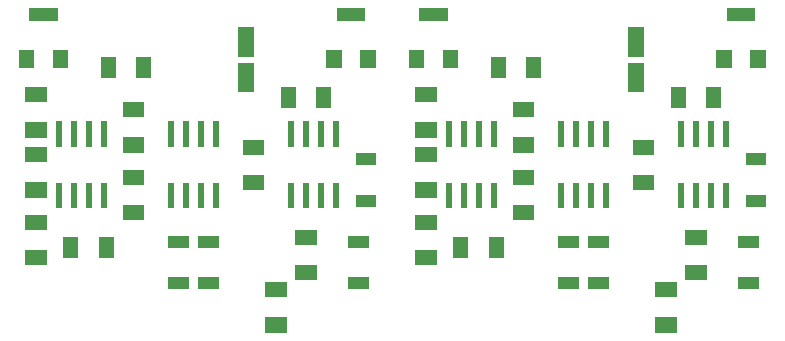
<source format=gtp>
G04 start of page 10 for group -4015 idx -4015 *
G04 Title: 26.006.02.01.01, toppaste *
G04 Creator: pcb 4.1.2 *
G04 CreationDate: Fri Aug 10 20:06:24 2018 UTC *
G04 For: bert *
G04 Format: Gerber/RS-274X *
G04 PCB-Dimensions (mil): 2600.00 1150.00 *
G04 PCB-Coordinate-Origin: lower left *
%MOIN*%
%FSLAX25Y25*%
%LNGTP*%
%ADD43C,0.0001*%
G54D43*G36*
X98500Y54000D02*X96500D01*
Y45500D01*
X98500D01*
Y54000D01*
G37*
G36*
X103500D02*X101500D01*
Y45500D01*
X103500D01*
Y54000D01*
G37*
G36*
X108500D02*X106500D01*
Y45500D01*
X108500D01*
Y54000D01*
G37*
G36*
X113500D02*X111500D01*
Y45500D01*
X113500D01*
Y54000D01*
G37*
G36*
Y74500D02*X111500D01*
Y66000D01*
X113500D01*
Y74500D01*
G37*
G36*
X108500D02*X106500D01*
Y66000D01*
X108500D01*
Y74500D01*
G37*
G36*
X103500D02*X101500D01*
Y66000D01*
X103500D01*
Y74500D01*
G37*
G36*
X98500D02*X96500D01*
Y66000D01*
X98500D01*
Y74500D01*
G37*
G36*
X211457Y56654D02*Y51536D01*
X218543D01*
Y56654D01*
X211457D01*
G37*
G36*
Y68464D02*Y63346D01*
X218543D01*
Y68464D01*
X211457D01*
G37*
G36*
X85074Y94032D02*X79926D01*
Y84158D01*
X85074D01*
Y94032D01*
G37*
G36*
Y105842D02*X79926D01*
Y95968D01*
X85074D01*
Y105842D01*
G37*
G36*
X249055Y50080D02*Y46142D01*
X255945D01*
Y50080D01*
X249055D01*
G37*
G36*
Y63858D02*Y59921D01*
X255945D01*
Y63858D01*
X249055D01*
G37*
G36*
X156654Y36043D02*X151536D01*
Y28957D01*
X156654D01*
Y36043D01*
G37*
G36*
X168464D02*X163346D01*
Y28957D01*
X168464D01*
Y36043D01*
G37*
G36*
X218957Y9154D02*Y4036D01*
X226043D01*
Y9154D01*
X218957D01*
G37*
G36*
Y20964D02*Y15846D01*
X226043D01*
Y20964D01*
X218957D01*
G37*
G36*
X138957Y31654D02*Y26536D01*
X146043D01*
Y31654D01*
X138957D01*
G37*
G36*
Y43464D02*Y38346D01*
X146043D01*
Y43464D01*
X138957D01*
G37*
G36*
X58500Y54000D02*X56500D01*
Y45500D01*
X58500D01*
Y54000D01*
G37*
G36*
X63500D02*X61500D01*
Y45500D01*
X63500D01*
Y54000D01*
G37*
G36*
X68500D02*X66500D01*
Y45500D01*
X68500D01*
Y54000D01*
G37*
G36*
X73500D02*X71500D01*
Y45500D01*
X73500D01*
Y54000D01*
G37*
G36*
Y74500D02*X71500D01*
Y66000D01*
X73500D01*
Y74500D01*
G37*
G36*
X68500D02*X66500D01*
Y66000D01*
X68500D01*
Y74500D01*
G37*
G36*
X63500D02*X61500D01*
Y66000D01*
X63500D01*
Y74500D01*
G37*
G36*
X58500D02*X56500D01*
Y66000D01*
X58500D01*
Y74500D01*
G37*
G36*
X171457Y69154D02*Y64036D01*
X178543D01*
Y69154D01*
X171457D01*
G37*
G36*
Y80964D02*Y75846D01*
X178543D01*
Y80964D01*
X171457D01*
G37*
G36*
X169154Y96043D02*X164036D01*
Y88957D01*
X169154D01*
Y96043D01*
G37*
G36*
X180964D02*X175846D01*
Y88957D01*
X180964D01*
Y96043D01*
G37*
G36*
X228957Y26654D02*Y21536D01*
X236043D01*
Y26654D01*
X228957D01*
G37*
G36*
Y38464D02*Y33346D01*
X236043D01*
Y38464D01*
X228957D01*
G37*
G36*
X138957Y74154D02*Y69036D01*
X146043D01*
Y74154D01*
X138957D01*
G37*
G36*
Y85964D02*Y80846D01*
X146043D01*
Y85964D01*
X138957D01*
G37*
G36*
X246555Y22580D02*Y18642D01*
X253445D01*
Y22580D01*
X246555D01*
G37*
G36*
Y36358D02*Y32420D01*
X253445D01*
Y36358D01*
X246555D01*
G37*
G36*
X8957Y65964D02*Y60846D01*
X16043D01*
Y65964D01*
X8957D01*
G37*
G36*
Y54154D02*Y49036D01*
X16043D01*
Y54154D01*
X8957D01*
G37*
G36*
X171457Y46654D02*Y41536D01*
X178543D01*
Y46654D01*
X171457D01*
G37*
G36*
Y58464D02*Y53346D01*
X178543D01*
Y58464D01*
X171457D01*
G37*
G36*
X110964Y86043D02*X105846D01*
Y78957D01*
X110964D01*
Y86043D01*
G37*
G36*
X99154D02*X94036D01*
Y78957D01*
X99154D01*
Y86043D01*
G37*
G36*
X196556Y22580D02*Y18642D01*
X203444D01*
Y22580D01*
X196556D01*
G37*
G36*
Y36358D02*Y32420D01*
X203444D01*
Y36358D01*
X196556D01*
G37*
G36*
X186556D02*Y32420D01*
X193444D01*
Y36358D01*
X186556D01*
G37*
G36*
Y22580D02*Y18642D01*
X193444D01*
Y22580D01*
X186556D01*
G37*
G36*
X244351Y98169D02*X239233D01*
Y92265D01*
X244351D01*
Y98169D01*
G37*
G36*
X255767D02*X250649D01*
Y92265D01*
X255767D01*
Y98169D01*
G37*
G36*
X242776Y112342D02*Y108012D01*
X252224D01*
Y112342D01*
X242776D01*
G37*
G36*
X151000Y54000D02*X149000D01*
Y45500D01*
X151000D01*
Y54000D01*
G37*
G36*
X156000D02*X154000D01*
Y45500D01*
X156000D01*
Y54000D01*
G37*
G36*
X161000D02*X159000D01*
Y45500D01*
X161000D01*
Y54000D01*
G37*
G36*
X166000D02*X164000D01*
Y45500D01*
X166000D01*
Y54000D01*
G37*
G36*
Y74500D02*X164000D01*
Y66000D01*
X166000D01*
Y74500D01*
G37*
G36*
X161000D02*X159000D01*
Y66000D01*
X161000D01*
Y74500D01*
G37*
G36*
X156000D02*X154000D01*
Y66000D01*
X156000D01*
Y74500D01*
G37*
G36*
X151000D02*X149000D01*
Y66000D01*
X151000D01*
Y74500D01*
G37*
G36*
X141851Y98169D02*X136733D01*
Y92265D01*
X141851D01*
Y98169D01*
G37*
G36*
X153267D02*X148149D01*
Y92265D01*
X153267D01*
Y98169D01*
G37*
G36*
X140276Y112342D02*Y108012D01*
X149724D01*
Y112342D01*
X140276D01*
G37*
G36*
X215074Y94032D02*X209926D01*
Y84158D01*
X215074D01*
Y94032D01*
G37*
G36*
Y105842D02*X209926D01*
Y95968D01*
X215074D01*
Y105842D01*
G37*
G36*
X21000Y54000D02*X19000D01*
Y45500D01*
X21000D01*
Y54000D01*
G37*
G36*
X26000D02*X24000D01*
Y45500D01*
X26000D01*
Y54000D01*
G37*
G36*
X31000D02*X29000D01*
Y45500D01*
X31000D01*
Y54000D01*
G37*
G36*
X36000D02*X34000D01*
Y45500D01*
X36000D01*
Y54000D01*
G37*
G36*
Y74500D02*X34000D01*
Y66000D01*
X36000D01*
Y74500D01*
G37*
G36*
X31000D02*X29000D01*
Y66000D01*
X31000D01*
Y74500D01*
G37*
G36*
X26000D02*X24000D01*
Y66000D01*
X26000D01*
Y74500D01*
G37*
G36*
X21000D02*X19000D01*
Y66000D01*
X21000D01*
Y74500D01*
G37*
G36*
X88957Y9154D02*Y4036D01*
X96043D01*
Y9154D01*
X88957D01*
G37*
G36*
Y20964D02*Y15846D01*
X96043D01*
Y20964D01*
X88957D01*
G37*
G36*
X138957Y65964D02*Y60846D01*
X146043D01*
Y65964D01*
X138957D01*
G37*
G36*
Y54154D02*Y49036D01*
X146043D01*
Y54154D01*
X138957D01*
G37*
G36*
X119056Y50080D02*Y46142D01*
X125944D01*
Y50080D01*
X119056D01*
G37*
G36*
Y63858D02*Y59921D01*
X125944D01*
Y63858D01*
X119056D01*
G37*
G36*
X81457Y56654D02*Y51536D01*
X88543D01*
Y56654D01*
X81457D01*
G37*
G36*
Y68464D02*Y63346D01*
X88543D01*
Y68464D01*
X81457D01*
G37*
G36*
X39154Y96043D02*X34036D01*
Y88957D01*
X39154D01*
Y96043D01*
G37*
G36*
X50964D02*X45846D01*
Y88957D01*
X50964D01*
Y96043D01*
G37*
G36*
X41457Y46654D02*Y41536D01*
X48543D01*
Y46654D01*
X41457D01*
G37*
G36*
Y58464D02*Y53346D01*
X48543D01*
Y58464D01*
X41457D01*
G37*
G36*
Y69154D02*Y64036D01*
X48543D01*
Y69154D01*
X41457D01*
G37*
G36*
Y80964D02*Y75846D01*
X48543D01*
Y80964D01*
X41457D01*
G37*
G36*
X26654Y36043D02*X21536D01*
Y28957D01*
X26654D01*
Y36043D01*
G37*
G36*
X38464D02*X33346D01*
Y28957D01*
X38464D01*
Y36043D01*
G37*
G36*
X98957Y26654D02*Y21536D01*
X106043D01*
Y26654D01*
X98957D01*
G37*
G36*
Y38464D02*Y33346D01*
X106043D01*
Y38464D01*
X98957D01*
G37*
G36*
X8957Y74154D02*Y69036D01*
X16043D01*
Y74154D01*
X8957D01*
G37*
G36*
Y85964D02*Y80846D01*
X16043D01*
Y85964D01*
X8957D01*
G37*
G36*
X116556Y22580D02*Y18642D01*
X123444D01*
Y22580D01*
X116556D01*
G37*
G36*
Y36358D02*Y32420D01*
X123444D01*
Y36358D01*
X116556D01*
G37*
G36*
X240964Y86043D02*X235846D01*
Y78957D01*
X240964D01*
Y86043D01*
G37*
G36*
X229154D02*X224036D01*
Y78957D01*
X229154D01*
Y86043D01*
G37*
G36*
X8957Y31654D02*Y26536D01*
X16043D01*
Y31654D01*
X8957D01*
G37*
G36*
Y43464D02*Y38346D01*
X16043D01*
Y43464D01*
X8957D01*
G37*
G36*
X66556Y22580D02*Y18642D01*
X73444D01*
Y22580D01*
X66556D01*
G37*
G36*
Y36358D02*Y32420D01*
X73444D01*
Y36358D01*
X66556D01*
G37*
G36*
X56555D02*Y32420D01*
X63445D01*
Y36358D01*
X56555D01*
G37*
G36*
Y22580D02*Y18642D01*
X63445D01*
Y22580D01*
X56555D01*
G37*
G36*
X114351Y98169D02*X109233D01*
Y92265D01*
X114351D01*
Y98169D01*
G37*
G36*
X125767D02*X120649D01*
Y92265D01*
X125767D01*
Y98169D01*
G37*
G36*
X112776Y112342D02*Y108012D01*
X122224D01*
Y112342D01*
X112776D01*
G37*
G36*
X11851Y98169D02*X6733D01*
Y92265D01*
X11851D01*
Y98169D01*
G37*
G36*
X23267D02*X18149D01*
Y92265D01*
X23267D01*
Y98169D01*
G37*
G36*
X10276Y112342D02*Y108012D01*
X19724D01*
Y112342D01*
X10276D01*
G37*
G36*
X188500Y54000D02*X186500D01*
Y45500D01*
X188500D01*
Y54000D01*
G37*
G36*
X193500D02*X191500D01*
Y45500D01*
X193500D01*
Y54000D01*
G37*
G36*
X198500D02*X196500D01*
Y45500D01*
X198500D01*
Y54000D01*
G37*
G36*
X203500D02*X201500D01*
Y45500D01*
X203500D01*
Y54000D01*
G37*
G36*
Y74500D02*X201500D01*
Y66000D01*
X203500D01*
Y74500D01*
G37*
G36*
X198500D02*X196500D01*
Y66000D01*
X198500D01*
Y74500D01*
G37*
G36*
X193500D02*X191500D01*
Y66000D01*
X193500D01*
Y74500D01*
G37*
G36*
X188500D02*X186500D01*
Y66000D01*
X188500D01*
Y74500D01*
G37*
G36*
X228500Y54000D02*X226500D01*
Y45500D01*
X228500D01*
Y54000D01*
G37*
G36*
X233500D02*X231500D01*
Y45500D01*
X233500D01*
Y54000D01*
G37*
G36*
X238500D02*X236500D01*
Y45500D01*
X238500D01*
Y54000D01*
G37*
G36*
X243500D02*X241500D01*
Y45500D01*
X243500D01*
Y54000D01*
G37*
G36*
Y74500D02*X241500D01*
Y66000D01*
X243500D01*
Y74500D01*
G37*
G36*
X238500D02*X236500D01*
Y66000D01*
X238500D01*
Y74500D01*
G37*
G36*
X233500D02*X231500D01*
Y66000D01*
X233500D01*
Y74500D01*
G37*
G36*
X228500D02*X226500D01*
Y66000D01*
X228500D01*
Y74500D01*
G37*
M02*

</source>
